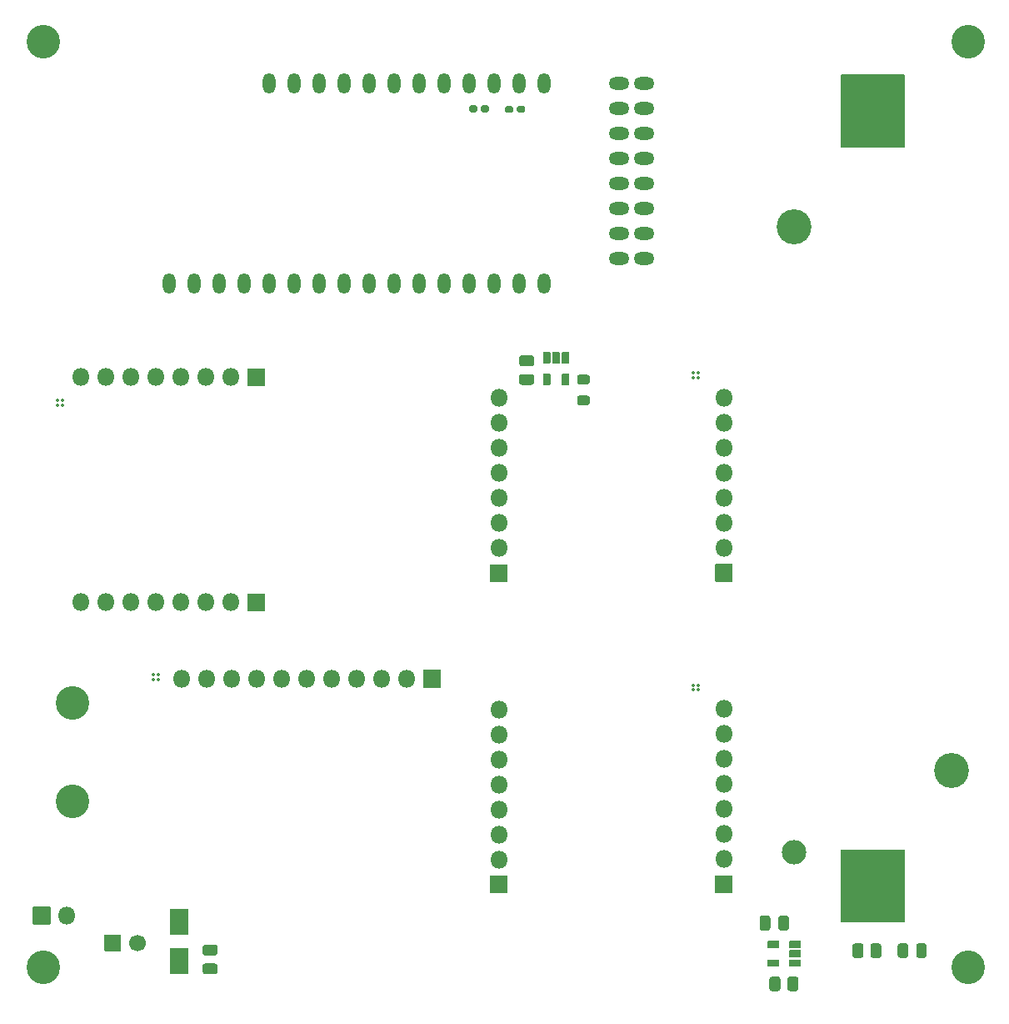
<source format=gbr>
G04 #@! TF.GenerationSoftware,KiCad,Pcbnew,5.1.9-73d0e3b20d~88~ubuntu20.04.1*
G04 #@! TF.CreationDate,2021-03-19T21:26:38+02:00*
G04 #@! TF.ProjectId,QuickFeather-Enviroment-Monitor,51756963-6b46-4656-9174-6865722d456e,rev?*
G04 #@! TF.SameCoordinates,Original*
G04 #@! TF.FileFunction,Soldermask,Top*
G04 #@! TF.FilePolarity,Negative*
%FSLAX46Y46*%
G04 Gerber Fmt 4.6, Leading zero omitted, Abs format (unit mm)*
G04 Created by KiCad (PCBNEW 5.1.9-73d0e3b20d~88~ubuntu20.04.1) date 2021-03-19 21:26:38*
%MOMM*%
%LPD*%
G01*
G04 APERTURE LIST*
%ADD10O,2.100000X1.300000*%
%ADD11O,1.300000X2.100000*%
%ADD12O,1.800000X1.800000*%
%ADD13C,3.403600*%
%ADD14C,0.350000*%
%ADD15C,2.490000*%
%ADD16C,3.550000*%
%ADD17C,1.700000*%
G04 APERTURE END LIST*
D10*
X91540000Y-37200000D03*
X94080000Y-39740000D03*
X94080000Y-37200000D03*
X91540000Y-39740000D03*
X91540000Y-42280000D03*
X94080000Y-44820000D03*
X94080000Y-42280000D03*
X91540000Y-44820000D03*
X91540000Y-47360000D03*
X94080000Y-49900000D03*
X94080000Y-47360000D03*
X91540000Y-49900000D03*
X94080000Y-54980000D03*
X94080000Y-52440000D03*
X91540000Y-54980000D03*
X91540000Y-52440000D03*
D11*
X76300000Y-37200000D03*
X83920000Y-37200000D03*
X68680000Y-37200000D03*
X73760000Y-37200000D03*
X71220000Y-37200000D03*
X81380000Y-37200000D03*
X66140000Y-37200000D03*
X58520000Y-37200000D03*
X61060000Y-37200000D03*
X78840000Y-37200000D03*
X63600000Y-37200000D03*
X55980000Y-37200000D03*
X83920000Y-57520000D03*
X81380000Y-57520000D03*
X78840000Y-57520000D03*
X76300000Y-57520000D03*
X73760000Y-57520000D03*
X71220000Y-57520000D03*
X68680000Y-57520000D03*
X66140000Y-57520000D03*
X63600000Y-57520000D03*
X61060000Y-57520000D03*
X58520000Y-57520000D03*
X55980000Y-57520000D03*
X53440000Y-57520000D03*
X50900000Y-57520000D03*
X48360000Y-57520000D03*
X45820000Y-57520000D03*
D12*
X46994000Y-89942000D03*
X44454000Y-89942000D03*
X52074000Y-89942000D03*
X41914000Y-89942000D03*
X39374000Y-89942000D03*
X36834000Y-89942000D03*
G36*
G01*
X53764000Y-89042000D02*
X55464000Y-89042000D01*
G75*
G02*
X55514000Y-89092000I0J-50000D01*
G01*
X55514000Y-90792000D01*
G75*
G02*
X55464000Y-90842000I-50000J0D01*
G01*
X53764000Y-90842000D01*
G75*
G02*
X53714000Y-90792000I0J50000D01*
G01*
X53714000Y-89092000D01*
G75*
G02*
X53764000Y-89042000I50000J0D01*
G01*
G37*
X49534000Y-89942000D03*
X36834000Y-67082000D03*
X39374000Y-67082000D03*
X41914000Y-67082000D03*
X44454000Y-67082000D03*
X46994000Y-67082000D03*
X49534000Y-67082000D03*
X52074000Y-67082000D03*
G36*
G01*
X53764000Y-66182000D02*
X55464000Y-66182000D01*
G75*
G02*
X55514000Y-66232000I0J-50000D01*
G01*
X55514000Y-67932000D01*
G75*
G02*
X55464000Y-67982000I-50000J0D01*
G01*
X53764000Y-67982000D01*
G75*
G02*
X53714000Y-67932000I0J50000D01*
G01*
X53714000Y-66232000D01*
G75*
G02*
X53764000Y-66182000I50000J0D01*
G01*
G37*
X79308000Y-110944000D03*
X79308000Y-108404000D03*
X79308000Y-116024000D03*
X79308000Y-105864000D03*
X79308000Y-103324000D03*
X79308000Y-100784000D03*
G36*
G01*
X80208000Y-117714000D02*
X80208000Y-119414000D01*
G75*
G02*
X80158000Y-119464000I-50000J0D01*
G01*
X78458000Y-119464000D01*
G75*
G02*
X78408000Y-119414000I0J50000D01*
G01*
X78408000Y-117714000D01*
G75*
G02*
X78458000Y-117664000I50000J0D01*
G01*
X80158000Y-117664000D01*
G75*
G02*
X80208000Y-117714000I0J-50000D01*
G01*
G37*
X79308000Y-113484000D03*
X102168000Y-100764000D03*
X102168000Y-103304000D03*
X102168000Y-105844000D03*
X102168000Y-108384000D03*
X102168000Y-110924000D03*
X102168000Y-113464000D03*
X102168000Y-116004000D03*
G36*
G01*
X103068000Y-117694000D02*
X103068000Y-119394000D01*
G75*
G02*
X103018000Y-119444000I-50000J0D01*
G01*
X101318000Y-119444000D01*
G75*
G02*
X101268000Y-119394000I0J50000D01*
G01*
X101268000Y-117694000D01*
G75*
G02*
X101318000Y-117644000I50000J0D01*
G01*
X103018000Y-117644000D01*
G75*
G02*
X103068000Y-117694000I0J-50000D01*
G01*
G37*
X79308000Y-79344000D03*
X79308000Y-76804000D03*
X79308000Y-84424000D03*
X79308000Y-74264000D03*
X79308000Y-71724000D03*
X79308000Y-69184000D03*
G36*
G01*
X80208000Y-86114000D02*
X80208000Y-87814000D01*
G75*
G02*
X80158000Y-87864000I-50000J0D01*
G01*
X78458000Y-87864000D01*
G75*
G02*
X78408000Y-87814000I0J50000D01*
G01*
X78408000Y-86114000D01*
G75*
G02*
X78458000Y-86064000I50000J0D01*
G01*
X80158000Y-86064000D01*
G75*
G02*
X80208000Y-86114000I0J-50000D01*
G01*
G37*
X79308000Y-81884000D03*
X102168000Y-69164000D03*
X102168000Y-71704000D03*
X102168000Y-74244000D03*
X102168000Y-76784000D03*
X102168000Y-79324000D03*
X102168000Y-81864000D03*
X102168000Y-84404000D03*
G36*
G01*
X103068000Y-86094000D02*
X103068000Y-87794000D01*
G75*
G02*
X103018000Y-87844000I-50000J0D01*
G01*
X101318000Y-87844000D01*
G75*
G02*
X101268000Y-87794000I0J50000D01*
G01*
X101268000Y-86094000D01*
G75*
G02*
X101318000Y-86044000I50000J0D01*
G01*
X103018000Y-86044000D01*
G75*
G02*
X103068000Y-86094000I0J-50000D01*
G01*
G37*
D13*
X36014000Y-110176000D03*
X36014000Y-100176000D03*
D14*
X34980000Y-69400000D03*
X34480000Y-69400000D03*
X34480000Y-69900000D03*
X34980000Y-69900000D03*
X99580000Y-66620000D03*
X99080000Y-66620000D03*
X99080000Y-67120000D03*
X99580000Y-67120000D03*
X99580000Y-98330000D03*
X99080000Y-98330000D03*
X99080000Y-98830000D03*
X99580000Y-98830000D03*
X44690000Y-97260000D03*
X44190000Y-97260000D03*
X44190000Y-97760000D03*
X44690000Y-97760000D03*
G36*
G01*
X107780000Y-126245000D02*
X107780000Y-126895000D01*
G75*
G02*
X107730000Y-126945000I-50000J0D01*
G01*
X106670000Y-126945000D01*
G75*
G02*
X106620000Y-126895000I0J50000D01*
G01*
X106620000Y-126245000D01*
G75*
G02*
X106670000Y-126195000I50000J0D01*
G01*
X107730000Y-126195000D01*
G75*
G02*
X107780000Y-126245000I0J-50000D01*
G01*
G37*
G36*
G01*
X107780000Y-124345000D02*
X107780000Y-124995000D01*
G75*
G02*
X107730000Y-125045000I-50000J0D01*
G01*
X106670000Y-125045000D01*
G75*
G02*
X106620000Y-124995000I0J50000D01*
G01*
X106620000Y-124345000D01*
G75*
G02*
X106670000Y-124295000I50000J0D01*
G01*
X107730000Y-124295000D01*
G75*
G02*
X107780000Y-124345000I0J-50000D01*
G01*
G37*
G36*
G01*
X109980000Y-124345000D02*
X109980000Y-124995000D01*
G75*
G02*
X109930000Y-125045000I-50000J0D01*
G01*
X108870000Y-125045000D01*
G75*
G02*
X108820000Y-124995000I0J50000D01*
G01*
X108820000Y-124345000D01*
G75*
G02*
X108870000Y-124295000I50000J0D01*
G01*
X109930000Y-124295000D01*
G75*
G02*
X109980000Y-124345000I0J-50000D01*
G01*
G37*
G36*
G01*
X109980000Y-125295000D02*
X109980000Y-125945000D01*
G75*
G02*
X109930000Y-125995000I-50000J0D01*
G01*
X108870000Y-125995000D01*
G75*
G02*
X108820000Y-125945000I0J50000D01*
G01*
X108820000Y-125295000D01*
G75*
G02*
X108870000Y-125245000I50000J0D01*
G01*
X109930000Y-125245000D01*
G75*
G02*
X109980000Y-125295000I0J-50000D01*
G01*
G37*
G36*
G01*
X109980000Y-126245000D02*
X109980000Y-126895000D01*
G75*
G02*
X109930000Y-126945000I-50000J0D01*
G01*
X108870000Y-126945000D01*
G75*
G02*
X108820000Y-126895000I0J50000D01*
G01*
X108820000Y-126245000D01*
G75*
G02*
X108870000Y-126195000I50000J0D01*
G01*
X109930000Y-126195000D01*
G75*
G02*
X109980000Y-126245000I0J-50000D01*
G01*
G37*
G36*
G01*
X47700000Y-123680000D02*
X45900000Y-123680000D01*
G75*
G02*
X45850000Y-123630000I0J50000D01*
G01*
X45850000Y-121130000D01*
G75*
G02*
X45900000Y-121080000I50000J0D01*
G01*
X47700000Y-121080000D01*
G75*
G02*
X47750000Y-121130000I0J-50000D01*
G01*
X47750000Y-123630000D01*
G75*
G02*
X47700000Y-123680000I-50000J0D01*
G01*
G37*
G36*
G01*
X47700000Y-127680000D02*
X45900000Y-127680000D01*
G75*
G02*
X45850000Y-127630000I0J50000D01*
G01*
X45850000Y-125130000D01*
G75*
G02*
X45900000Y-125080000I50000J0D01*
G01*
X47700000Y-125080000D01*
G75*
G02*
X47750000Y-125130000I0J-50000D01*
G01*
X47750000Y-127630000D01*
G75*
G02*
X47700000Y-127680000I-50000J0D01*
G01*
G37*
D15*
X109300000Y-115330000D03*
D16*
X125300000Y-107000000D03*
X109300000Y-51800000D03*
G36*
G01*
X120475000Y-43790000D02*
X114125000Y-43790000D01*
G75*
G02*
X114075000Y-43740000I0J50000D01*
G01*
X114075000Y-36400000D01*
G75*
G02*
X114125000Y-36350000I50000J0D01*
G01*
X120475000Y-36350000D01*
G75*
G02*
X120525000Y-36400000I0J-50000D01*
G01*
X120525000Y-43740000D01*
G75*
G02*
X120475000Y-43790000I-50000J0D01*
G01*
G37*
G36*
G01*
X120475000Y-122450000D02*
X114125000Y-122450000D01*
G75*
G02*
X114075000Y-122400000I0J50000D01*
G01*
X114075000Y-115060000D01*
G75*
G02*
X114125000Y-115010000I50000J0D01*
G01*
X120475000Y-115010000D01*
G75*
G02*
X120525000Y-115060000I0J-50000D01*
G01*
X120525000Y-122400000D01*
G75*
G02*
X120475000Y-122450000I-50000J0D01*
G01*
G37*
D17*
X42560000Y-124500000D03*
G36*
G01*
X39210000Y-125300000D02*
X39210000Y-123700000D01*
G75*
G02*
X39260000Y-123650000I50000J0D01*
G01*
X40860000Y-123650000D01*
G75*
G02*
X40910000Y-123700000I0J-50000D01*
G01*
X40910000Y-125300000D01*
G75*
G02*
X40860000Y-125350000I-50000J0D01*
G01*
X39260000Y-125350000D01*
G75*
G02*
X39210000Y-125300000I0J50000D01*
G01*
G37*
G36*
G01*
X108620000Y-129145611D02*
X108620000Y-128194389D01*
G75*
G02*
X108894389Y-127920000I274389J0D01*
G01*
X109470611Y-127920000D01*
G75*
G02*
X109745000Y-128194389I0J-274389D01*
G01*
X109745000Y-129145611D01*
G75*
G02*
X109470611Y-129420000I-274389J0D01*
G01*
X108894389Y-129420000D01*
G75*
G02*
X108620000Y-129145611I0J274389D01*
G01*
G37*
G36*
G01*
X106795000Y-129145611D02*
X106795000Y-128194389D01*
G75*
G02*
X107069389Y-127920000I274389J0D01*
G01*
X107645611Y-127920000D01*
G75*
G02*
X107920000Y-128194389I0J-274389D01*
G01*
X107920000Y-129145611D01*
G75*
G02*
X107645611Y-129420000I-274389J0D01*
G01*
X107069389Y-129420000D01*
G75*
G02*
X106795000Y-129145611I0J274389D01*
G01*
G37*
G36*
G01*
X117050000Y-125775611D02*
X117050000Y-124824389D01*
G75*
G02*
X117324389Y-124550000I274389J0D01*
G01*
X117900611Y-124550000D01*
G75*
G02*
X118175000Y-124824389I0J-274389D01*
G01*
X118175000Y-125775611D01*
G75*
G02*
X117900611Y-126050000I-274389J0D01*
G01*
X117324389Y-126050000D01*
G75*
G02*
X117050000Y-125775611I0J274389D01*
G01*
G37*
G36*
G01*
X115225000Y-125775611D02*
X115225000Y-124824389D01*
G75*
G02*
X115499389Y-124550000I274389J0D01*
G01*
X116075611Y-124550000D01*
G75*
G02*
X116350000Y-124824389I0J-274389D01*
G01*
X116350000Y-125775611D01*
G75*
G02*
X116075611Y-126050000I-274389J0D01*
G01*
X115499389Y-126050000D01*
G75*
G02*
X115225000Y-125775611I0J274389D01*
G01*
G37*
G36*
G01*
X121700000Y-125781250D02*
X121700000Y-124818750D01*
G75*
G02*
X121968750Y-124550000I268750J0D01*
G01*
X122506250Y-124550000D01*
G75*
G02*
X122775000Y-124818750I0J-268750D01*
G01*
X122775000Y-125781250D01*
G75*
G02*
X122506250Y-126050000I-268750J0D01*
G01*
X121968750Y-126050000D01*
G75*
G02*
X121700000Y-125781250I0J268750D01*
G01*
G37*
G36*
G01*
X119825000Y-125781250D02*
X119825000Y-124818750D01*
G75*
G02*
X120093750Y-124550000I268750J0D01*
G01*
X120631250Y-124550000D01*
G75*
G02*
X120900000Y-124818750I0J-268750D01*
G01*
X120900000Y-125781250D01*
G75*
G02*
X120631250Y-126050000I-268750J0D01*
G01*
X120093750Y-126050000D01*
G75*
G02*
X119825000Y-125781250I0J268750D01*
G01*
G37*
G36*
G01*
X50450000Y-125790000D02*
X49450000Y-125790000D01*
G75*
G02*
X49175000Y-125515000I0J275000D01*
G01*
X49175000Y-124965000D01*
G75*
G02*
X49450000Y-124690000I275000J0D01*
G01*
X50450000Y-124690000D01*
G75*
G02*
X50725000Y-124965000I0J-275000D01*
G01*
X50725000Y-125515000D01*
G75*
G02*
X50450000Y-125790000I-275000J0D01*
G01*
G37*
G36*
G01*
X50450000Y-127690000D02*
X49450000Y-127690000D01*
G75*
G02*
X49175000Y-127415000I0J275000D01*
G01*
X49175000Y-126865000D01*
G75*
G02*
X49450000Y-126590000I275000J0D01*
G01*
X50450000Y-126590000D01*
G75*
G02*
X50725000Y-126865000I0J-275000D01*
G01*
X50725000Y-127415000D01*
G75*
G02*
X50450000Y-127690000I-275000J0D01*
G01*
G37*
G36*
G01*
X106900000Y-122000000D02*
X106900000Y-123000000D01*
G75*
G02*
X106625000Y-123275000I-275000J0D01*
G01*
X106075000Y-123275000D01*
G75*
G02*
X105800000Y-123000000I0J275000D01*
G01*
X105800000Y-122000000D01*
G75*
G02*
X106075000Y-121725000I275000J0D01*
G01*
X106625000Y-121725000D01*
G75*
G02*
X106900000Y-122000000I0J-275000D01*
G01*
G37*
G36*
G01*
X108800000Y-122000000D02*
X108800000Y-123000000D01*
G75*
G02*
X108525000Y-123275000I-275000J0D01*
G01*
X107975000Y-123275000D01*
G75*
G02*
X107700000Y-123000000I0J275000D01*
G01*
X107700000Y-122000000D01*
G75*
G02*
X107975000Y-121725000I275000J0D01*
G01*
X108525000Y-121725000D01*
G75*
G02*
X108800000Y-122000000I0J-275000D01*
G01*
G37*
G36*
G01*
X85735000Y-66730000D02*
X86385000Y-66730000D01*
G75*
G02*
X86435000Y-66780000I0J-50000D01*
G01*
X86435000Y-67840000D01*
G75*
G02*
X86385000Y-67890000I-50000J0D01*
G01*
X85735000Y-67890000D01*
G75*
G02*
X85685000Y-67840000I0J50000D01*
G01*
X85685000Y-66780000D01*
G75*
G02*
X85735000Y-66730000I50000J0D01*
G01*
G37*
G36*
G01*
X83835000Y-66730000D02*
X84485000Y-66730000D01*
G75*
G02*
X84535000Y-66780000I0J-50000D01*
G01*
X84535000Y-67840000D01*
G75*
G02*
X84485000Y-67890000I-50000J0D01*
G01*
X83835000Y-67890000D01*
G75*
G02*
X83785000Y-67840000I0J50000D01*
G01*
X83785000Y-66780000D01*
G75*
G02*
X83835000Y-66730000I50000J0D01*
G01*
G37*
G36*
G01*
X83835000Y-64530000D02*
X84485000Y-64530000D01*
G75*
G02*
X84535000Y-64580000I0J-50000D01*
G01*
X84535000Y-65640000D01*
G75*
G02*
X84485000Y-65690000I-50000J0D01*
G01*
X83835000Y-65690000D01*
G75*
G02*
X83785000Y-65640000I0J50000D01*
G01*
X83785000Y-64580000D01*
G75*
G02*
X83835000Y-64530000I50000J0D01*
G01*
G37*
G36*
G01*
X84785000Y-64530000D02*
X85435000Y-64530000D01*
G75*
G02*
X85485000Y-64580000I0J-50000D01*
G01*
X85485000Y-65640000D01*
G75*
G02*
X85435000Y-65690000I-50000J0D01*
G01*
X84785000Y-65690000D01*
G75*
G02*
X84735000Y-65640000I0J50000D01*
G01*
X84735000Y-64580000D01*
G75*
G02*
X84785000Y-64530000I50000J0D01*
G01*
G37*
G36*
G01*
X85735000Y-64530000D02*
X86385000Y-64530000D01*
G75*
G02*
X86435000Y-64580000I0J-50000D01*
G01*
X86435000Y-65640000D01*
G75*
G02*
X86385000Y-65690000I-50000J0D01*
G01*
X85735000Y-65690000D01*
G75*
G02*
X85685000Y-65640000I0J50000D01*
G01*
X85685000Y-64580000D01*
G75*
G02*
X85735000Y-64530000I50000J0D01*
G01*
G37*
G36*
G01*
X80750000Y-39685000D02*
X80750000Y-40055000D01*
G75*
G02*
X80565000Y-40240000I-185000J0D01*
G01*
X80120000Y-40240000D01*
G75*
G02*
X79935000Y-40055000I0J185000D01*
G01*
X79935000Y-39685000D01*
G75*
G02*
X80120000Y-39500000I185000J0D01*
G01*
X80565000Y-39500000D01*
G75*
G02*
X80750000Y-39685000I0J-185000D01*
G01*
G37*
G36*
G01*
X81945000Y-39685000D02*
X81945000Y-40055000D01*
G75*
G02*
X81760000Y-40240000I-185000J0D01*
G01*
X81315000Y-40240000D01*
G75*
G02*
X81130000Y-40055000I0J185000D01*
G01*
X81130000Y-39685000D01*
G75*
G02*
X81315000Y-39500000I185000J0D01*
G01*
X81760000Y-39500000D01*
G75*
G02*
X81945000Y-39685000I0J-185000D01*
G01*
G37*
G36*
G01*
X77120000Y-39655000D02*
X77120000Y-40025000D01*
G75*
G02*
X76935000Y-40210000I-185000J0D01*
G01*
X76490000Y-40210000D01*
G75*
G02*
X76305000Y-40025000I0J185000D01*
G01*
X76305000Y-39655000D01*
G75*
G02*
X76490000Y-39470000I185000J0D01*
G01*
X76935000Y-39470000D01*
G75*
G02*
X77120000Y-39655000I0J-185000D01*
G01*
G37*
G36*
G01*
X78315000Y-39655000D02*
X78315000Y-40025000D01*
G75*
G02*
X78130000Y-40210000I-185000J0D01*
G01*
X77685000Y-40210000D01*
G75*
G02*
X77500000Y-40025000I0J185000D01*
G01*
X77500000Y-39655000D01*
G75*
G02*
X77685000Y-39470000I185000J0D01*
G01*
X78130000Y-39470000D01*
G75*
G02*
X78315000Y-39655000I0J-185000D01*
G01*
G37*
G36*
G01*
X88296250Y-67795000D02*
X87483750Y-67795000D01*
G75*
G02*
X87240000Y-67551250I0J243750D01*
G01*
X87240000Y-67063750D01*
G75*
G02*
X87483750Y-66820000I243750J0D01*
G01*
X88296250Y-66820000D01*
G75*
G02*
X88540000Y-67063750I0J-243750D01*
G01*
X88540000Y-67551250D01*
G75*
G02*
X88296250Y-67795000I-243750J0D01*
G01*
G37*
G36*
G01*
X88296250Y-69920000D02*
X87483750Y-69920000D01*
G75*
G02*
X87240000Y-69676250I0J243750D01*
G01*
X87240000Y-69188750D01*
G75*
G02*
X87483750Y-68945000I243750J0D01*
G01*
X88296250Y-68945000D01*
G75*
G02*
X88540000Y-69188750I0J-243750D01*
G01*
X88540000Y-69676250D01*
G75*
G02*
X88296250Y-69920000I-243750J0D01*
G01*
G37*
G36*
G01*
X82620000Y-65960000D02*
X81620000Y-65960000D01*
G75*
G02*
X81345000Y-65685000I0J275000D01*
G01*
X81345000Y-65135000D01*
G75*
G02*
X81620000Y-64860000I275000J0D01*
G01*
X82620000Y-64860000D01*
G75*
G02*
X82895000Y-65135000I0J-275000D01*
G01*
X82895000Y-65685000D01*
G75*
G02*
X82620000Y-65960000I-275000J0D01*
G01*
G37*
G36*
G01*
X82620000Y-67860000D02*
X81620000Y-67860000D01*
G75*
G02*
X81345000Y-67585000I0J275000D01*
G01*
X81345000Y-67035000D01*
G75*
G02*
X81620000Y-66760000I275000J0D01*
G01*
X82620000Y-66760000D01*
G75*
G02*
X82895000Y-67035000I0J-275000D01*
G01*
X82895000Y-67585000D01*
G75*
G02*
X82620000Y-67860000I-275000J0D01*
G01*
G37*
D12*
X35390000Y-121730000D03*
G36*
G01*
X33700000Y-122630000D02*
X32000000Y-122630000D01*
G75*
G02*
X31950000Y-122580000I0J50000D01*
G01*
X31950000Y-120880000D01*
G75*
G02*
X32000000Y-120830000I50000J0D01*
G01*
X33700000Y-120830000D01*
G75*
G02*
X33750000Y-120880000I0J-50000D01*
G01*
X33750000Y-122580000D01*
G75*
G02*
X33700000Y-122630000I-50000J0D01*
G01*
G37*
G36*
G01*
X71650000Y-96800000D02*
X73350000Y-96800000D01*
G75*
G02*
X73400000Y-96850000I0J-50000D01*
G01*
X73400000Y-98550000D01*
G75*
G02*
X73350000Y-98600000I-50000J0D01*
G01*
X71650000Y-98600000D01*
G75*
G02*
X71600000Y-98550000I0J50000D01*
G01*
X71600000Y-96850000D01*
G75*
G02*
X71650000Y-96800000I50000J0D01*
G01*
G37*
X69960000Y-97700000D03*
X67420000Y-97700000D03*
X64880000Y-97700000D03*
X62340000Y-97700000D03*
X59800000Y-97700000D03*
X57260000Y-97700000D03*
X54720000Y-97700000D03*
X52180000Y-97700000D03*
X49640000Y-97700000D03*
X47100000Y-97700000D03*
D13*
X33014000Y-126976000D03*
X127014000Y-126976000D03*
X127014000Y-32976000D03*
X33014000Y-32976000D03*
M02*

</source>
